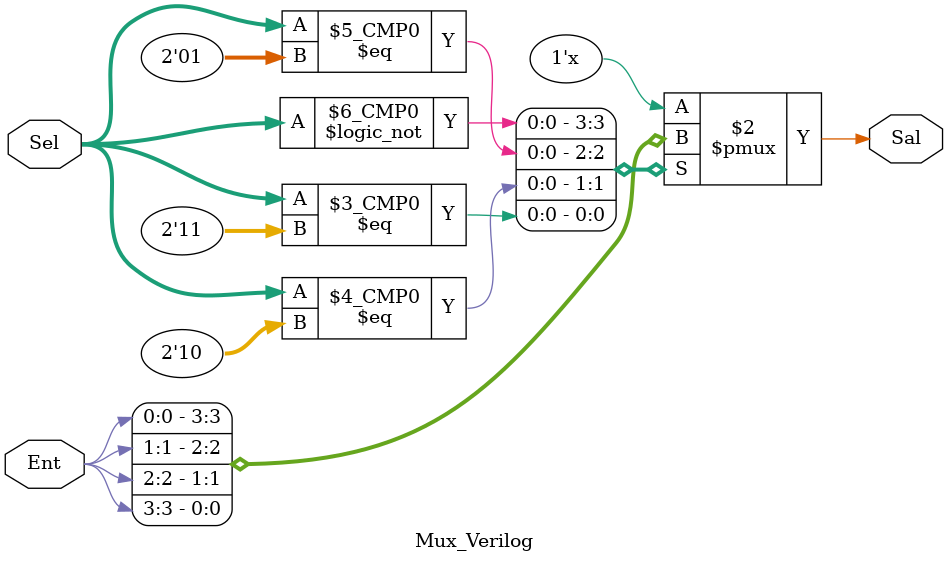
<source format=v>
`timescale 1ns / 1ps
module Mux_Verilog(Ent, Sel, Sal);

    input [3:0] Ent;
    input [1:0] Sel;
    output Sal; 
    reg Sal;
  
  always @(Sel or Ent)
  begin
    case (Sel)
	   2'b00 : Sal <= Ent[0];
		2'b01 : Sal <= Ent[1];
		2'b10 : Sal <= Ent[2];
		2'b11 : Sal <= Ent[3];
	 endcase
  end

endmodule

</source>
